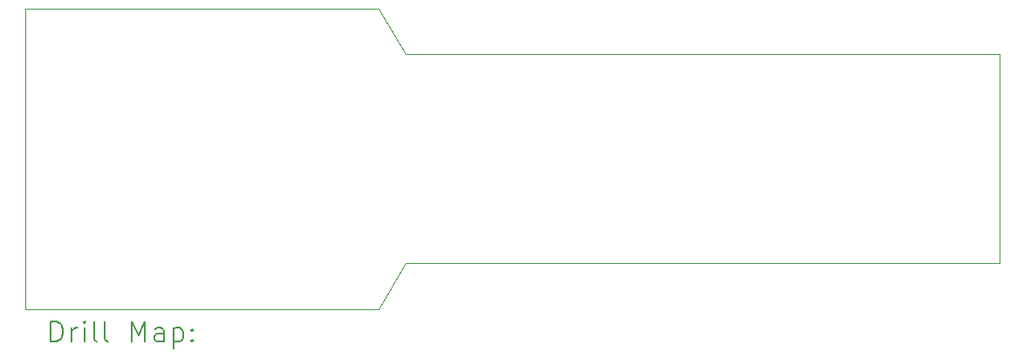
<source format=gbr>
%TF.GenerationSoftware,KiCad,Pcbnew,(6.0.11-0)*%
%TF.CreationDate,2023-06-20T16:53:39+02:00*%
%TF.ProjectId,ft4232h_mini_module,66743432-3332-4685-9f6d-696e695f6d6f,A*%
%TF.SameCoordinates,Original*%
%TF.FileFunction,Drillmap*%
%TF.FilePolarity,Positive*%
%FSLAX45Y45*%
G04 Gerber Fmt 4.5, Leading zero omitted, Abs format (unit mm)*
G04 Created by KiCad (PCBNEW (6.0.11-0)) date 2023-06-20 16:53:39*
%MOMM*%
%LPD*%
G01*
G04 APERTURE LIST*
%ADD10C,0.100000*%
%ADD11C,0.200000*%
G04 APERTURE END LIST*
D10*
X13665200Y-11049000D02*
X19431000Y-11049000D01*
X19431000Y-11049000D02*
X19431000Y-9017000D01*
X13665200Y-9017000D02*
X13398500Y-8572500D01*
X9969500Y-11493500D02*
X13398500Y-11493500D01*
X9969500Y-8572500D02*
X9969500Y-11493500D01*
X9969500Y-8572500D02*
X13398500Y-8572500D01*
X13665200Y-9017000D02*
X19431000Y-9017000D01*
X13398500Y-11493500D02*
X13665200Y-11049000D01*
D11*
X10222119Y-11808976D02*
X10222119Y-11608976D01*
X10269738Y-11608976D01*
X10298310Y-11618500D01*
X10317357Y-11637548D01*
X10326881Y-11656595D01*
X10336405Y-11694690D01*
X10336405Y-11723262D01*
X10326881Y-11761357D01*
X10317357Y-11780405D01*
X10298310Y-11799452D01*
X10269738Y-11808976D01*
X10222119Y-11808976D01*
X10422119Y-11808976D02*
X10422119Y-11675643D01*
X10422119Y-11713738D02*
X10431643Y-11694690D01*
X10441167Y-11685167D01*
X10460214Y-11675643D01*
X10479262Y-11675643D01*
X10545929Y-11808976D02*
X10545929Y-11675643D01*
X10545929Y-11608976D02*
X10536405Y-11618500D01*
X10545929Y-11628024D01*
X10555452Y-11618500D01*
X10545929Y-11608976D01*
X10545929Y-11628024D01*
X10669738Y-11808976D02*
X10650690Y-11799452D01*
X10641167Y-11780405D01*
X10641167Y-11608976D01*
X10774500Y-11808976D02*
X10755452Y-11799452D01*
X10745929Y-11780405D01*
X10745929Y-11608976D01*
X11003071Y-11808976D02*
X11003071Y-11608976D01*
X11069738Y-11751833D01*
X11136405Y-11608976D01*
X11136405Y-11808976D01*
X11317357Y-11808976D02*
X11317357Y-11704214D01*
X11307833Y-11685167D01*
X11288786Y-11675643D01*
X11250690Y-11675643D01*
X11231643Y-11685167D01*
X11317357Y-11799452D02*
X11298309Y-11808976D01*
X11250690Y-11808976D01*
X11231643Y-11799452D01*
X11222119Y-11780405D01*
X11222119Y-11761357D01*
X11231643Y-11742309D01*
X11250690Y-11732786D01*
X11298309Y-11732786D01*
X11317357Y-11723262D01*
X11412595Y-11675643D02*
X11412595Y-11875643D01*
X11412595Y-11685167D02*
X11431643Y-11675643D01*
X11469738Y-11675643D01*
X11488786Y-11685167D01*
X11498309Y-11694690D01*
X11507833Y-11713738D01*
X11507833Y-11770881D01*
X11498309Y-11789928D01*
X11488786Y-11799452D01*
X11469738Y-11808976D01*
X11431643Y-11808976D01*
X11412595Y-11799452D01*
X11593548Y-11789928D02*
X11603071Y-11799452D01*
X11593548Y-11808976D01*
X11584024Y-11799452D01*
X11593548Y-11789928D01*
X11593548Y-11808976D01*
X11593548Y-11685167D02*
X11603071Y-11694690D01*
X11593548Y-11704214D01*
X11584024Y-11694690D01*
X11593548Y-11685167D01*
X11593548Y-11704214D01*
M02*

</source>
